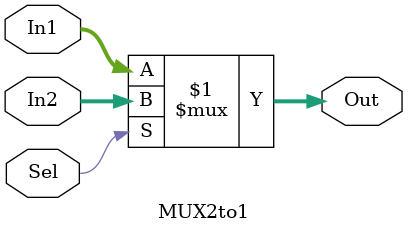
<source format=v>
`timescale 1ns/1ns
module MUX2to1 #(parameter n=10)(input [n-1:0] In1,In2,input Sel,output [n-1:0] Out);
	assign Out=Sel? In2:In1;
endmodule


</source>
